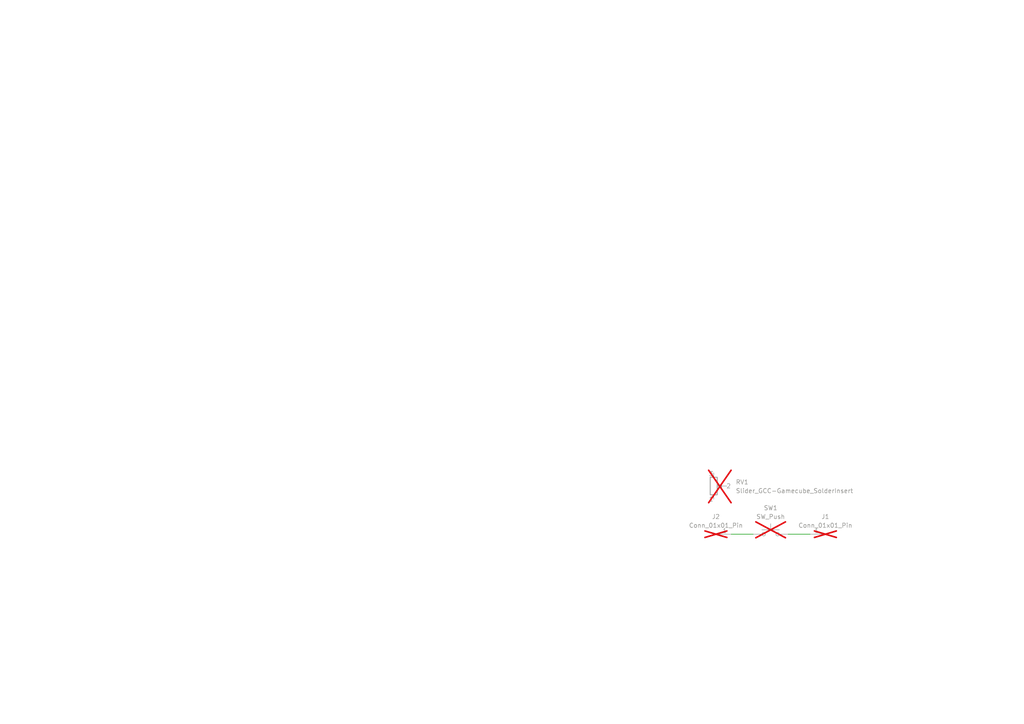
<source format=kicad_sch>
(kicad_sch (version 20231120) (generator "eeschema") (generator_version "8.0")
  (paper "A4")
  (title_block (title "Trigger contact PCB for GC Ultimate") (date "2024-10-29") (company "Hand Held Legend, LLC") (comment 1 "Designed by Mitch Cairns"))
  (lib_symbols
    (symbol "Connector:Conn_01x01_Pin" (pin_names (offset 1.016) hide)
      (property "Reference" "J" (at 0 2.54 0))
      (property "Value" "Conn_01x01_Pin" (at 0 -2.54 0))
      (symbol "Conn_01x01_Pin_1_1"
        (polyline (pts (xy 1.27 0) (xy 0.8636 0)) (stroke (width 0.1524)))
        (rectangle (start 0.8636 0.127) (end 0 -0.127) (stroke (width 0.1524)) (fill (type outline)))
        (pin passive line (at 5.08 0 180) (length 3.81) (name "Pin_1") (number "1"))
      )
    )
    (symbol "Switch:SW_Push" (pin_numbers hide) (pin_names (offset 1.016) hide)
      (property "Reference" "SW" (at 1.27 2.54 0))
      (property "Value" "SW_Push" (at 0 -1.524 0))
      (symbol "SW_Push_0_1"
        (circle (center -2.032 0) (radius 0.508))
        (polyline (pts (xy 0 1.27) (xy 0 3.048)))
        (polyline (pts (xy 2.54 1.27) (xy -2.54 1.27)))
        (circle (center 2.032 0) (radius 0.508))
        (pin passive line (at -5.08 0 0) (length 2.54) (name "1") (number "1"))
        (pin passive line (at 5.08 0 180) (length 2.54) (name "2") (number "2"))
      )
    )
    (symbol "hhl:Slider_GCC-Gamecube_SolderInsert" (pin_names (offset 1.016) hide)
      (property "Reference" "RV" (at -2.286 0 90))
      (property "Value" "Slider_GCC-Gamecube_SolderInsert" (at 0 13.716 0))
      (symbol "Slider_GCC-Gamecube_SolderInsert_0_1"
        (rectangle (start -1.016 2.54) (end 1.016 -2.54) (stroke (width 0.254)))
        (polyline (pts (xy 0 -3.81) (xy 0 -2.54)))
        (polyline (pts (xy 0 2.54) (xy 0 3.81)))
        (polyline (pts (xy 3.81 0) (xy 1.524 0)))
        (polyline (pts (xy 1.143 0) (xy 2.286 0.508) (xy 2.286 -0.508)) (fill (type outline)))
      )
      (symbol "Slider_GCC-Gamecube_SolderInsert_1_1"
        (text "1" (at -0.762 -3.81 0) (effects (font (size 1.27 1.27))))
        (text "2" (at 4.318 0 0) (effects (font (size 1.27 1.27))))
        (text "3" (at -0.762 3.556 0) (effects (font (size 1.27 1.27))))
      )
    )
  )
  (wire (pts (xy 228.6 154.94) (xy 234.95 154.94)))
  (wire (pts (xy 212.09 154.94) (xy 218.44 154.94)))
  (symbol (lib_id "Connector:Conn_01x01_Pin") (at 207.01 154.94 0) (unit 1) (in_bom no) (dnp yes)
    (property "Reference" "J2" (at 207.645 149.86 0))
    (property "Value" "Conn_01x01_Pin" (at 207.645 152.4 0))
    (property "Footprint" "Connector_PinHeader_2.00mm:PinHeader_1x01_P2.00mm_Vertical" (effects (hide yes)))
  )
  (symbol (lib_id "Connector:Conn_01x01_Pin") (at 240.03 154.94 180) (unit 1) (in_bom no) (dnp yes)
    (property "Reference" "J1" (at 239.395 149.86 0))
    (property "Value" "Conn_01x01_Pin" (at 239.395 152.4 0))
    (property "Footprint" "Connector_PinHeader_2.00mm:PinHeader_1x01_P2.00mm_Vertical" (effects (hide yes)))
  )
  (symbol (lib_id "Switch:SW_Push") (at 223.52 154.94 0) (unit 1) (in_bom no) (dnp yes)
    (property "Reference" "SW1" (at 223.52 147.32 0))
    (property "Value" "SW_Push" (at 223.52 149.86 0))
    (property "Footprint" "hhl:starprint" (effects (hide yes)))
  )
  (symbol (lib_id "hhl:Slider_GCC-Gamecube_SolderInsert") (at 207.01 140.97 0) (unit 1) (on_board no) (dnp yes)
    (property "Reference" "RV1" (at 213.36 139.8269 0) (effects (justify left)))
    (property "Value" "Slider_GCC-Gamecube_SolderInsert" (at 213.36 142.3669 0) (effects (justify left)))
    (property "Footprint" "hhl:GCC_Slider_MillMaxSocketed" (effects (hide yes)))
    (property "Description" "Position sensor - PACK INDIVIDUALLY" (effects (hide yes)))
    (property "Price" "0.2624" (effects (hide yes)))
    (property "MPN" "RD7091008A" (effects (hide yes)))
    (property "LCSC" "C127475" (effects (hide yes)))
  )
)
</source>
